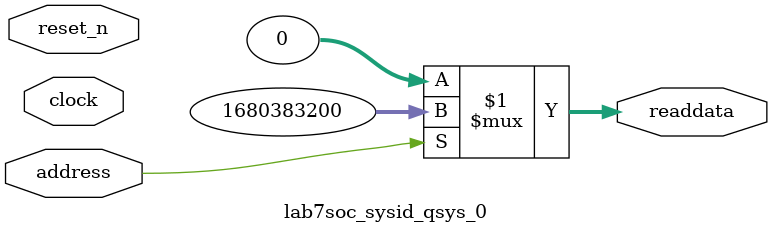
<source format=v>



// synthesis translate_off
`timescale 1ns / 1ps
// synthesis translate_on

// turn off superfluous verilog processor warnings 
// altera message_level Level1 
// altera message_off 10034 10035 10036 10037 10230 10240 10030 

module lab7soc_sysid_qsys_0 (
               // inputs:
                address,
                clock,
                reset_n,

               // outputs:
                readdata
             )
;

  output  [ 31: 0] readdata;
  input            address;
  input            clock;
  input            reset_n;

  wire    [ 31: 0] readdata;
  //control_slave, which is an e_avalon_slave
  assign readdata = address ? 1680383200 : 0;

endmodule



</source>
